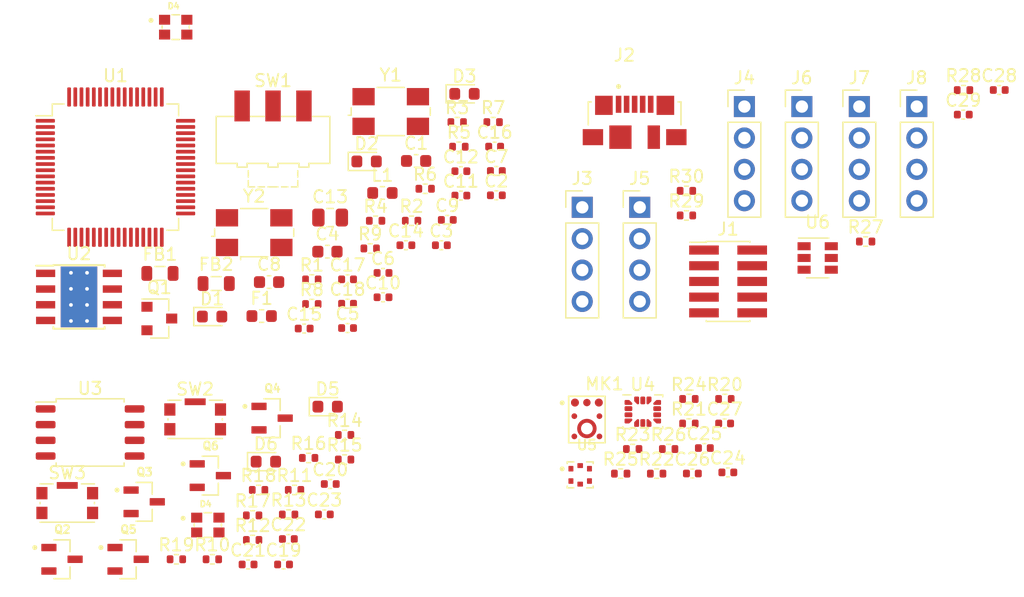
<source format=kicad_pcb>
(kicad_pcb (version 20171130) (host pcbnew "(5.1.10)-1")
  (layers (0 F.Cu signal) (31 B.Cu signal) (34 B.Paste user) (35 F.Paste user) (36 B.SilkS user) (37 F.SilkS user) (38 B.Mask user) (39 F.Mask user) (44 Edge.Cuts user))
  (net 0 "")
  (net 1 GND)
  (net 2 +3V3)
  (net 3 "Net-(C4-Pad1)")
  (net 4 +3.3VA)
  (net 5 "Net-(C11-Pad1)")
  (net 6 HSE_IN)
  (net 7 "Net-(C13-Pad1)")
  (net 8 "Net-(C14-Pad1)")
  (net 9 "Net-(C15-Pad2)")
  (net 10 "Net-(C15-Pad1)")
  (net 11 OSC32_IN)
  (net 12 "Net-(C17-Pad1)")
  (net 13 BUTTON_1)
  (net 14 VCC)
  (net 15 BUTTON_2)
  (net 16 NRST)
  (net 17 "Net-(D1-Pad2)")
  (net 18 "Net-(D1-Pad1)")
  (net 19 VBUS)
  (net 20 "Net-(D2-Pad1)")
  (net 21 "Net-(D3-Pad1)")
  (net 22 "Net-(D4-Pad2)")
  (net 23 "Net-(D4-Pad3)")
  (net 24 "Net-(D4-Pad1)")
  (net 25 "Net-(D5-Pad1)")
  (net 26 "Net-(D6-Pad1)")
  (net 27 "Net-(F1-Pad1)")
  (net 28 "Net-(J1-Pad10)")
  (net 29 "Net-(J1-Pad8)")
  (net 30 "Net-(J1-Pad7)")
  (net 31 "Net-(J1-Pad6)")
  (net 32 "Net-(J1-Pad4)")
  (net 33 "Net-(J1-Pad2)")
  (net 34 "Net-(J2-Pad4)")
  (net 35 USB_CONN_D+)
  (net 36 USB_CONN_D-)
  (net 37 TIM5_CH1)
  (net 38 TIM11_CH1)
  (net 39 EXT_GPIO_PC3)
  (net 40 SPI3_MOSI)
  (net 41 SPI3_MISO)
  (net 42 SPI3_SCLK)
  (net 43 EXT_GPIO_PC0)
  (net 44 DAC_OUT1)
  (net 45 ADC1_IN1)
  (net 46 EXT_GPIO_PA0)
  (net 47 USART2_RX)
  (net 48 USART2_TX)
  (net 49 USART1_RX)
  (net 50 USART1_TX)
  (net 51 MCO_1)
  (net 52 "Net-(J8-Pad1)")
  (net 53 MIC_MODE)
  (net 54 MIC_GA2)
  (net 55 WOS_TRIGGER)
  (net 56 MIC_GA1)
  (net 57 MIC_VOUT_ANALOG)
  (net 58 "Net-(Q2-Pad2)")
  (net 59 RGB_RED)
  (net 60 "Net-(Q3-Pad2)")
  (net 61 RGB_GREEN)
  (net 62 "Net-(Q4-Pad2)")
  (net 63 RGB_BLUE)
  (net 64 "Net-(Q5-Pad2)")
  (net 65 USER_LD1)
  (net 66 "Net-(Q6-Pad2)")
  (net 67 USER_LD2)
  (net 68 BOOT0)
  (net 69 TEMP_SDA)
  (net 70 TEMP_SCL)
  (net 71 HSE_OUT)
  (net 72 "Net-(R6-Pad2)")
  (net 73 OSC32_OUT)
  (net 74 "Net-(R10-Pad2)")
  (net 75 "Net-(R15-Pad2)")
  (net 76 FLASH_MISO)
  (net 77 ACC_CS!)
  (net 78 TEMP_CS)
  (net 79 "Net-(R22-Pad2)")
  (net 80 "Net-(R25-Pad2)")
  (net 81 SWO)
  (net 82 SWCLK)
  (net 83 SWDIO)
  (net 84 TEMP_DATARDY)
  (net 85 "Net-(U1-Pad54)")
  (net 86 USB_D+)
  (net 87 USB_D-)
  (net 88 FLASH_WP!)
  (net 89 FLASH_HOLD!)
  (net 90 FLASH_MOSI)
  (net 91 FLASH_SCLK)
  (net 92 FLASH_CS!)
  (net 93 ACC_INT2)
  (net 94 ACC_INT1)
  (net 95 ACC_MOSI_SDA)
  (net 96 ACC_MISO_SA0)
  (net 97 ACC_SCLK_SCL)
  (net 98 "Net-(U2-Pad4)")
  (net 99 "Net-(U4-Pad11)")
  (net 100 "Net-(U4-Pad10)")
  (net 101 "Net-(D4-Pad4)")
  (module ASMB-KTF0-0A306:LED_ASMB-KTF0-0A306 (layer F.Cu) (at 98.3 -14.7)
    (fp_text reference D4 (at -0.176143 -1.706188) (layer F.SilkS) (effects (font (size 0.48039 0.48039))))
    (fp_text value ASMB-KTF0-0A306)
    (pad 2 smd rect (at -0.9 0.6) (size 0.9 0.8) (layers F.Cu F.Paste F.Mask) (net 22 "Net-(D4-Pad2)"))
    (pad 3 smd rect (at 0.9 0.6) (size 0.9 0.8) (layers F.Cu F.Paste F.Mask) (net 23 "Net-(D4-Pad3)"))
    (pad 1 smd rect (at -0.9 -0.6) (size 0.9 0.8) (layers F.Cu F.Paste F.Mask) (net 14 VCC))
    (pad 4 smd rect (at 0.9 -0.6) (size 0.9 0.8) (layers F.Cu F.Paste F.Mask) (net 101 "Net-(D4-Pad4)"))
  )
  (module Crystal:Crystal_SMD_0603-4Pin_6.0x3.5mm (layer F.Cu) (at 104.650001 1.925001)
    (fp_text reference Y2 (at 0 -2.95) (layer F.SilkS))
    (fp_text value "32.768 kHz")
    (pad 4 smd rect (at -2.2 -1.2) (size 1.8 1.4) (layers F.Cu F.Paste F.Mask) (net 1 GND))
    (pad 3 smd rect (at 2.2 -1.2) (size 1.8 1.4) (layers F.Cu F.Paste F.Mask) (net 12 "Net-(C17-Pad1)"))
    (pad 2 smd rect (at 2.2 1.2) (size 1.8 1.4) (layers F.Cu F.Paste F.Mask) (net 1 GND))
    (pad 1 smd rect (at -2.2 1.2) (size 1.8 1.4) (layers F.Cu F.Paste F.Mask) (net 11 OSC32_IN))
  )
  (module Crystal:Crystal_SMD_0603-4Pin_6.0x3.5mm (layer F.Cu) (at 115.700001 -7.874999)
    (fp_text reference Y1 (at 0 -2.95) (layer F.SilkS))
    (fp_text value 16MHz)
    (pad 4 smd rect (at -2.2 -1.2) (size 1.8 1.4) (layers F.Cu F.Paste F.Mask) (net 1 GND))
    (pad 3 smd rect (at 2.2 -1.2) (size 1.8 1.4) (layers F.Cu F.Paste F.Mask) (net 8 "Net-(C14-Pad1)"))
    (pad 2 smd rect (at 2.2 1.2) (size 1.8 1.4) (layers F.Cu F.Paste F.Mask) (net 1 GND))
    (pad 1 smd rect (at -2.2 1.2) (size 1.8 1.4) (layers F.Cu F.Paste F.Mask) (net 6 HSE_IN))
  )
  (module Package_TO_SOT_SMD:SOT-23-6 (layer F.Cu) (at 150.245001 3.975001)
    (fp_text reference U6 (at 0 -2.9) (layer F.SilkS))
    (fp_text value USBLC6-2SC6)
    (pad 5 smd rect (at 1.1 0) (size 1.06 0.65) (layers F.Cu F.Paste F.Mask) (net 19 VBUS))
    (pad 6 smd rect (at 1.1 -0.95) (size 1.06 0.65) (layers F.Cu F.Paste F.Mask) (net 86 USB_D+))
    (pad 4 smd rect (at 1.1 0.95) (size 1.06 0.65) (layers F.Cu F.Paste F.Mask) (net 87 USB_D-))
    (pad 3 smd rect (at -1.1 0.95) (size 1.06 0.65) (layers F.Cu F.Paste F.Mask) (net 36 USB_CONN_D-))
    (pad 2 smd rect (at -1.1 0) (size 1.06 0.65) (layers F.Cu F.Paste F.Mask) (net 1 GND))
    (pad 1 smd rect (at -1.1 -0.95) (size 1.06 0.65) (layers F.Cu F.Paste F.Mask) (net 35 USB_CONN_D+))
  )
  (module HTS221:XDCR_HTS221 (layer F.Cu) (at 131.028001 21.525001)
    (fp_text reference U5 (at 0.539495 -2.412645) (layer F.SilkS) (effects (font (size 0.800969 0.800969))))
    (fp_text value HTS221)
    (pad 3 smd roundrect (at 0 0.75) (size 0.45 0.4) (layers F.Cu F.Paste F.Mask) (roundrect_rratio 0.11) (net 84 TEMP_DATARDY))
    (pad 6 smd roundrect (at 0 -0.75) (size 0.45 0.4) (layers F.Cu F.Paste F.Mask) (roundrect_rratio 0.11) (net 78 TEMP_CS))
    (pad 4 smd roundrect (at 0.75 0.5) (size 0.4 0.45) (layers F.Cu F.Paste F.Mask) (roundrect_rratio 0.11) (net 69 TEMP_SDA))
    (pad 5 smd roundrect (at 0.75 -0.5) (size 0.4 0.45) (layers F.Cu F.Paste F.Mask) (roundrect_rratio 0.11) (net 1 GND))
    (pad 2 smd roundrect (at -0.75 0.5) (size 0.4 0.45) (layers F.Cu F.Paste F.Mask) (roundrect_rratio 0.11) (net 70 TEMP_SCL))
    (pad 1 smd roundrect (at -0.75 -0.5) (size 0.4 0.45) (layers F.Cu F.Paste F.Mask) (roundrect_rratio 0.11) (net 2 +3V3))
  )
  (module Package_LGA:LGA-14_3x2.5mm_P0.5mm_LayoutBorder3x4y (layer F.Cu) (at 136.095001 16.415001)
    (fp_text reference U4 (at 0 -2.2) (layer F.SilkS))
    (fp_text value LSM6DS3)
    (pad 14 smd custom (at -0.5 -0.9125) (size 0.223223 0.223223) (layers F.Cu F.Paste F.Mask) (net 95 ACC_MOSI_SDA) (options (clearance outline) (anchor circle)) (primitives (gr_poly (pts (xy -0.125 -0.2375) (xy 0.125 -0.2375) (xy 0.125 0.2375) (xy 0.081066 0.2375) (xy -0.125 0.031434)) (width 0.15))))
    (pad 13 smd roundrect (at 0 -0.9125) (size 0.4 0.625) (layers F.Cu F.Paste F.Mask) (net 97 ACC_SCLK_SCL))
    (pad 12 smd custom (at 0.5 -0.9125) (size 0.223223 0.223223) (layers F.Cu F.Paste F.Mask) (net 77 ACC_CS!) (options (clearance outline) (anchor circle)) (primitives (gr_poly (pts (xy -0.125 -0.2375) (xy 0.125 -0.2375) (xy 0.125 0.031434) (xy -0.081066 0.2375) (xy -0.125 0.2375)) (width 0.15))))
    (pad 11 smd custom (at 1.1625 -0.75) (size 0.223223 0.223223) (layers F.Cu F.Paste F.Mask) (net 99 "Net-(U4-Pad11)") (options (clearance outline) (anchor circle)) (primitives (gr_poly (pts (xy -0.2375 0.081066) (xy -0.031434 -0.125) (xy 0.2375 -0.125) (xy 0.2375 0.125) (xy -0.2375 0.125)) (width 0.15))))
    (pad 10 smd roundrect (at 1.1625 -0.25) (size 0.625 0.4) (layers F.Cu F.Paste F.Mask) (net 100 "Net-(U4-Pad10)"))
    (pad 9 smd roundrect (at 1.1625 0.25) (size 0.625 0.4) (layers F.Cu F.Paste F.Mask) (net 93 ACC_INT2))
    (pad 8 smd custom (at 1.1625 0.75) (size 0.223223 0.223223) (layers F.Cu F.Paste F.Mask) (net 2 +3V3) (options (clearance outline) (anchor circle)) (primitives (gr_poly (pts (xy -0.2375 -0.125) (xy 0.2375 -0.125) (xy 0.2375 0.125) (xy -0.031434 0.125) (xy -0.2375 -0.081066)) (width 0.15))))
    (pad 7 smd custom (at 0.5 0.9125) (size 0.223223 0.223223) (layers F.Cu F.Paste F.Mask) (net 1 GND) (options (clearance outline) (anchor circle)) (primitives (gr_poly (pts (xy -0.125 -0.2375) (xy -0.081066 -0.2375) (xy 0.125 -0.031434) (xy 0.125 0.2375) (xy -0.125 0.2375)) (width 0.15))))
    (pad 6 smd roundrect (at 0 0.9125) (size 0.4 0.625) (layers F.Cu F.Paste F.Mask) (net 1 GND))
    (pad 5 smd custom (at -0.5 0.9125) (size 0.223223 0.223223) (layers F.Cu F.Paste F.Mask) (net 2 +3V3) (options (clearance outline) (anchor circle)) (primitives (gr_poly (pts (xy -0.125 -0.031434) (xy 0.081066 -0.2375) (xy 0.125 -0.2375) (xy 0.125 0.2375) (xy -0.125 0.2375)) (width 0.15))))
    (pad 4 smd custom (at -1.1625 0.75) (size 0.223223 0.223223) (layers F.Cu F.Paste F.Mask) (net 94 ACC_INT1) (options (clearance outline) (anchor circle)) (primitives (gr_poly (pts (xy -0.2375 -0.125) (xy 0.2375 -0.125) (xy 0.2375 -0.081066) (xy 0.031434 0.125) (xy -0.2375 0.125)) (width 0.15))))
    (pad 3 smd roundrect (at -1.1625 0.25) (size 0.625 0.4) (layers F.Cu F.Paste F.Mask) (net 2 +3V3))
    (pad 2 smd roundrect (at -1.1625 -0.25) (size 0.625 0.4) (layers F.Cu F.Paste F.Mask) (net 2 +3V3))
    (pad 1 smd custom (at -1.1625 -0.75) (size 0.223223 0.223223) (layers F.Cu F.Paste F.Mask) (net 96 ACC_MISO_SA0) (options (clearance outline) (anchor circle)) (primitives (gr_poly (pts (xy -0.2375 -0.125) (xy 0.031434 -0.125) (xy 0.2375 0.081066) (xy 0.2375 0.125) (xy -0.2375 0.125)) (width 0.15))))
  )
  (module Package_SO:SOP-8_5.28x5.23mm_P1.27mm (layer F.Cu) (at 91.375001 18.095001)
    (fp_text reference U3 (at 0 -3.56) (layer F.SilkS))
    (fp_text value MX25R3235FM2xx1)
    (pad 8 smd roundrect (at 3.6 -1.905) (size 1.6 0.6) (layers F.Cu F.Paste F.Mask) (net 2 +3V3))
    (pad 7 smd roundrect (at 3.6 -0.635) (size 1.6 0.6) (layers F.Cu F.Paste F.Mask) (net 89 FLASH_HOLD!))
    (pad 6 smd roundrect (at 3.6 0.635) (size 1.6 0.6) (layers F.Cu F.Paste F.Mask) (net 91 FLASH_SCLK))
    (pad 5 smd roundrect (at 3.6 1.905) (size 1.6 0.6) (layers F.Cu F.Paste F.Mask) (net 90 FLASH_MOSI))
    (pad 4 smd roundrect (at -3.6 1.905) (size 1.6 0.6) (layers F.Cu F.Paste F.Mask) (net 1 GND))
    (pad 3 smd roundrect (at -3.6 0.635) (size 1.6 0.6) (layers F.Cu F.Paste F.Mask) (net 88 FLASH_WP!))
    (pad 2 smd roundrect (at -3.6 -0.635) (size 1.6 0.6) (layers F.Cu F.Paste F.Mask) (net 76 FLASH_MISO))
    (pad 1 smd roundrect (at -3.6 -1.905) (size 1.6 0.6) (layers F.Cu F.Paste F.Mask) (net 92 FLASH_CS!))
  )
  (module Package_SO:Texas_HSOP-8-1EP_3.9x4.9mm_P1.27mm_ThermalVias (layer F.Cu) (at 90.475001 7.125001)
    (fp_text reference U2 (at 0 -3.5) (layer F.SilkS))
    (fp_text value LMR33620ADDA)
    (pad 9 thru_hole circle (at 0.65 1.95) (size 0.6 0.6) (drill 0.3) (layers *.Cu) (net 1 GND))
    (pad 9 thru_hole circle (at 0.65 0.65) (size 0.6 0.6) (drill 0.3) (layers *.Cu) (net 1 GND))
    (pad 9 thru_hole circle (at -0.65 0.65) (size 0.6 0.6) (drill 0.3) (layers *.Cu) (net 1 GND))
    (pad 9 thru_hole circle (at -0.65 1.95) (size 0.6 0.6) (drill 0.3) (layers *.Cu) (net 1 GND))
    (pad 9 thru_hole circle (at 0.65 -1.95) (size 0.6 0.6) (drill 0.3) (layers *.Cu) (net 1 GND))
    (pad 9 thru_hole circle (at 0.65 -0.65) (size 0.6 0.6) (drill 0.3) (layers *.Cu) (net 1 GND))
    (pad 9 thru_hole circle (at -0.65 -0.65) (size 0.6 0.6) (drill 0.3) (layers *.Cu) (net 1 GND))
    (pad 9 thru_hole circle (at -0.65 -1.95) (size 0.6 0.6) (drill 0.3) (layers *.Cu) (net 1 GND))
    (pad 8 smd rect (at 2.7 -1.905) (size 1.55 0.6) (layers F.Cu F.Paste F.Mask) (net 9 "Net-(C15-Pad2)"))
    (pad 7 smd rect (at 2.7 -0.635) (size 1.55 0.6) (layers F.Cu F.Paste F.Mask) (net 10 "Net-(C15-Pad1)"))
    (pad 6 smd rect (at 2.7 0.635) (size 1.55 0.6) (layers F.Cu F.Paste F.Mask) (net 7 "Net-(C13-Pad1)"))
    (pad 5 smd rect (at 2.7 1.905) (size 1.55 0.6) (layers F.Cu F.Paste F.Mask) (net 72 "Net-(R6-Pad2)"))
    (pad 4 smd rect (at -2.7 1.905) (size 1.55 0.6) (layers F.Cu F.Paste F.Mask) (net 98 "Net-(U2-Pad4)"))
    (pad 3 smd rect (at -2.7 0.635) (size 1.55 0.6) (layers F.Cu F.Paste F.Mask) (net 5 "Net-(C11-Pad1)"))
    (pad 2 smd rect (at -2.7 -0.635) (size 1.55 0.6) (layers F.Cu F.Paste F.Mask) (net 5 "Net-(C11-Pad1)"))
    (pad 1 smd rect (at -2.7 -1.905) (size 1.55 0.6) (layers F.Cu F.Paste F.Mask) (net 1 GND))
    (pad 9 smd rect (at 0 0) (size 2.95 4.9) (layers B.Cu) (net 1 GND))
    (pad 9 smd rect (at 0 0) (size 2.95 4.9) (layers F.Cu) (net 1 GND))
  )
  (module Package_QFP:LQFP-64_10x10mm_P0.5mm (layer F.Cu) (at 93.425001 -3.374999)
    (fp_text reference U1 (at 0 -7.4) (layer F.SilkS))
    (fp_text value STM32F446RETx)
    (pad 64 smd roundrect (at -3.75 -5.675) (size 0.3 1.55) (layers F.Cu F.Paste F.Mask) (net 2 +3V3))
    (pad 63 smd roundrect (at -3.25 -5.675) (size 0.3 1.55) (layers F.Cu F.Paste F.Mask) (net 1 GND))
    (pad 62 smd roundrect (at -2.75 -5.675) (size 0.3 1.55) (layers F.Cu F.Paste F.Mask) (net 38 TIM11_CH1))
    (pad 61 smd roundrect (at -2.25 -5.675) (size 0.3 1.55) (layers F.Cu F.Paste F.Mask) (net 70 TEMP_SCL))
    (pad 60 smd roundrect (at -1.75 -5.675) (size 0.3 1.55) (layers F.Cu F.Paste F.Mask) (net 68 BOOT0))
    (pad 59 smd roundrect (at -1.25 -5.675) (size 0.3 1.55) (layers F.Cu F.Paste F.Mask) (net 69 TEMP_SDA))
    (pad 58 smd roundrect (at -0.75 -5.675) (size 0.3 1.55) (layers F.Cu F.Paste F.Mask) (net 50 USART1_TX))
    (pad 57 smd roundrect (at -0.25 -5.675) (size 0.3 1.55) (layers F.Cu F.Paste F.Mask) (net 84 TEMP_DATARDY))
    (pad 56 smd roundrect (at 0.25 -5.675) (size 0.3 1.55) (layers F.Cu F.Paste F.Mask) (net 78 TEMP_CS))
    (pad 55 smd roundrect (at 0.75 -5.675) (size 0.3 1.55) (layers F.Cu F.Paste F.Mask) (net 81 SWO))
    (pad 54 smd roundrect (at 1.25 -5.675) (size 0.3 1.55) (layers F.Cu F.Paste F.Mask) (net 85 "Net-(U1-Pad54)"))
    (pad 53 smd roundrect (at 1.75 -5.675) (size 0.3 1.55) (layers F.Cu F.Paste F.Mask) (net 40 SPI3_MOSI))
    (pad 52 smd roundrect (at 2.25 -5.675) (size 0.3 1.55) (layers F.Cu F.Paste F.Mask) (net 41 SPI3_MISO))
    (pad 51 smd roundrect (at 2.75 -5.675) (size 0.3 1.55) (layers F.Cu F.Paste F.Mask) (net 42 SPI3_SCLK))
    (pad 50 smd roundrect (at 3.25 -5.675) (size 0.3 1.55) (layers F.Cu F.Paste F.Mask) (net 67 USER_LD2))
    (pad 49 smd roundrect (at 3.75 -5.675) (size 0.3 1.55) (layers F.Cu F.Paste F.Mask) (net 82 SWCLK))
    (pad 48 smd roundrect (at 5.675 -3.75) (size 1.55 0.3) (layers F.Cu F.Paste F.Mask) (net 2 +3V3))
    (pad 47 smd roundrect (at 5.675 -3.25) (size 1.55 0.3) (layers F.Cu F.Paste F.Mask) (net 1 GND))
    (pad 46 smd roundrect (at 5.675 -2.75) (size 1.55 0.3) (layers F.Cu F.Paste F.Mask) (net 83 SWDIO))
    (pad 45 smd roundrect (at 5.675 -2.25) (size 1.55 0.3) (layers F.Cu F.Paste F.Mask) (net 86 USB_D+))
    (pad 44 smd roundrect (at 5.675 -1.75) (size 1.55 0.3) (layers F.Cu F.Paste F.Mask) (net 87 USB_D-))
    (pad 43 smd roundrect (at 5.675 -1.25) (size 1.55 0.3) (layers F.Cu F.Paste F.Mask) (net 49 USART1_RX))
    (pad 42 smd roundrect (at 5.675 -0.75) (size 1.55 0.3) (layers F.Cu F.Paste F.Mask) (net 88 FLASH_WP!))
    (pad 41 smd roundrect (at 5.675 -0.25) (size 1.55 0.3) (layers F.Cu F.Paste F.Mask) (net 51 MCO_1))
    (pad 40 smd roundrect (at 5.675 0.25) (size 1.55 0.3) (layers F.Cu F.Paste F.Mask) (net 89 FLASH_HOLD!))
    (pad 39 smd roundrect (at 5.675 0.75) (size 1.55 0.3) (layers F.Cu F.Paste F.Mask) (net 63 RGB_BLUE))
    (pad 38 smd roundrect (at 5.675 1.25) (size 1.55 0.3) (layers F.Cu F.Paste F.Mask) (net 61 RGB_GREEN))
    (pad 37 smd roundrect (at 5.675 1.75) (size 1.55 0.3) (layers F.Cu F.Paste F.Mask) (net 59 RGB_RED))
    (pad 36 smd roundrect (at 5.675 2.25) (size 1.55 0.3) (layers F.Cu F.Paste F.Mask) (net 90 FLASH_MOSI))
    (pad 35 smd roundrect (at 5.675 2.75) (size 1.55 0.3) (layers F.Cu F.Paste F.Mask) (net 76 FLASH_MISO))
    (pad 34 smd roundrect (at 5.675 3.25) (size 1.55 0.3) (layers F.Cu F.Paste F.Mask) (net 91 FLASH_SCLK))
    (pad 33 smd roundrect (at 5.675 3.75) (size 1.55 0.3) (layers F.Cu F.Paste F.Mask) (net 92 FLASH_CS!))
    (pad 32 smd roundrect (at 3.75 5.675) (size 0.3 1.55) (layers F.Cu F.Paste F.Mask) (net 2 +3V3))
    (pad 31 smd roundrect (at 3.25 5.675) (size 0.3 1.55) (layers F.Cu F.Paste F.Mask) (net 1 GND))
    (pad 30 smd roundrect (at 2.75 5.675) (size 0.3 1.55) (layers F.Cu F.Paste F.Mask) (net 3 "Net-(C4-Pad1)"))
    (pad 29 smd roundrect (at 2.25 5.675) (size 0.3 1.55) (layers F.Cu F.Paste F.Mask) (net 65 USER_LD1))
    (pad 28 smd roundrect (at 1.75 5.675) (size 0.3 1.55) (layers F.Cu F.Paste F.Mask) (net 93 ACC_INT2))
    (pad 27 smd roundrect (at 1.25 5.675) (size 0.3 1.55) (layers F.Cu F.Paste F.Mask) (net 94 ACC_INT1))
    (pad 26 smd roundrect (at 0.75 5.675) (size 0.3 1.55) (layers F.Cu F.Paste F.Mask) (net 13 BUTTON_1))
    (pad 25 smd roundrect (at 0.25 5.675) (size 0.3 1.55) (layers F.Cu F.Paste F.Mask) (net 15 BUTTON_2))
    (pad 24 smd roundrect (at -0.25 5.675) (size 0.3 1.55) (layers F.Cu F.Paste F.Mask) (net 77 ACC_CS!))
    (pad 23 smd roundrect (at -0.75 5.675) (size 0.3 1.55) (layers F.Cu F.Paste F.Mask) (net 95 ACC_MOSI_SDA))
    (pad 22 smd roundrect (at -1.25 5.675) (size 0.3 1.55) (layers F.Cu F.Paste F.Mask) (net 96 ACC_MISO_SA0))
    (pad 21 smd roundrect (at -1.75 5.675) (size 0.3 1.55) (layers F.Cu F.Paste F.Mask) (net 97 ACC_SCLK_SCL))
    (pad 20 smd roundrect (at -2.25 5.675) (size 0.3 1.55) (layers F.Cu F.Paste F.Mask) (net 44 DAC_OUT1))
    (pad 19 smd roundrect (at -2.75 5.675) (size 0.3 1.55) (layers F.Cu F.Paste F.Mask) (net 2 +3V3))
    (pad 18 smd roundrect (at -3.25 5.675) (size 0.3 1.55) (layers F.Cu F.Paste F.Mask) (net 1 GND))
    (pad 17 smd roundrect (at -3.75 5.675) (size 0.3 1.55) (layers F.Cu F.Paste F.Mask) (net 47 USART2_RX))
    (pad 16 smd roundrect (at -5.675 3.75) (size 1.55 0.3) (layers F.Cu F.Paste F.Mask) (net 48 USART2_TX))
    (pad 15 smd roundrect (at -5.675 3.25) (size 1.55 0.3) (layers F.Cu F.Paste F.Mask) (net 45 ADC1_IN1))
    (pad 14 smd roundrect (at -5.675 2.75) (size 1.55 0.3) (layers F.Cu F.Paste F.Mask) (net 37 TIM5_CH1))
    (pad 13 smd roundrect (at -5.675 2.25) (size 1.55 0.3) (layers F.Cu F.Paste F.Mask) (net 4 +3.3VA))
    (pad 12 smd roundrect (at -5.675 1.75) (size 1.55 0.3) (layers F.Cu F.Paste F.Mask) (net 1 GND))
    (pad 11 smd roundrect (at -5.675 1.25) (size 1.55 0.3) (layers F.Cu F.Paste F.Mask) (net 39 EXT_GPIO_PC3))
    (pad 10 smd roundrect (at -5.675 0.75) (size 1.55 0.3) (layers F.Cu F.Paste F.Mask) (net 57 MIC_VOUT_ANALOG))
    (pad 9 smd roundrect (at -5.675 0.25) (size 1.55 0.3) (layers F.Cu F.Paste F.Mask) (net 53 MIC_MODE))
    (pad 8 smd roundrect (at -5.675 -0.25) (size 1.55 0.3) (layers F.Cu F.Paste F.Mask) (net 43 EXT_GPIO_PC0))
    (pad 7 smd roundrect (at -5.675 -0.75) (size 1.55 0.3) (layers F.Cu F.Paste F.Mask) (net 16 NRST))
    (pad 6 smd roundrect (at -5.675 -1.25) (size 1.55 0.3) (layers F.Cu F.Paste F.Mask) (net 71 HSE_OUT))
    (pad 5 smd roundrect (at -5.675 -1.75) (size 1.55 0.3) (layers F.Cu F.Paste F.Mask) (net 6 HSE_IN))
    (pad 4 smd roundrect (at -5.675 -2.25) (size 1.55 0.3) (layers F.Cu F.Paste F.Mask) (net 73 OSC32_OUT))
    (pad 3 smd roundrect (at -5.675 -2.75) (size 1.55 0.3) (layers F.Cu F.Paste F.Mask) (net 11 OSC32_IN))
    (pad 2 smd roundrect (at -5.675 -3.25) (size 1.55 0.3) (layers F.Cu F.Paste F.Mask) (net 55 WOS_TRIGGER))
    (pad 1 smd roundrect (at -5.675 -3.75) (size 1.55 0.3) (layers F.Cu F.Paste F.Mask) (net 2 +3V3))
  )
  (module Button_Switch_SMD:SW_Push_1P1T-SH_NO_CK_KMR2xxG (layer F.Cu) (at 89.525001 23.805001)
    (fp_text reference SW3 (at 0 -2.45) (layer F.SilkS))
    (fp_text value SW_Push)
    (pad SH smd rect (at 0 -1.425) (size 1.7 0.55) (layers F.Cu F.Paste F.Mask))
    (pad 1 smd rect (at -2.05 -0.8) (size 0.9 1) (layers F.Cu F.Paste F.Mask) (net 1 GND))
    (pad 2 smd rect (at -2.05 0.8) (size 0.9 1) (layers F.Cu F.Paste F.Mask) (net 75 "Net-(R15-Pad2)"))
    (pad 1 smd rect (at 2.05 -0.8) (size 0.9 1) (layers F.Cu F.Paste F.Mask) (net 1 GND))
    (pad 2 smd rect (at 2.05 0.8) (size 0.9 1) (layers F.Cu F.Paste F.Mask) (net 75 "Net-(R15-Pad2)"))
  )
  (module Button_Switch_SMD:SW_Push_1P1T-SH_NO_CK_KMR2xxG (layer F.Cu) (at 99.875001 17.035001)
    (fp_text reference SW2 (at 0 -2.45) (layer F.SilkS))
    (fp_text value SW_Push)
    (pad SH smd rect (at 0 -1.425) (size 1.7 0.55) (layers F.Cu F.Paste F.Mask))
    (pad 1 smd rect (at -2.05 -0.8) (size 0.9 1) (layers F.Cu F.Paste F.Mask) (net 1 GND))
    (pad 2 smd rect (at -2.05 0.8) (size 0.9 1) (layers F.Cu F.Paste F.Mask) (net 74 "Net-(R10-Pad2)"))
    (pad 1 smd rect (at 2.05 -0.8) (size 0.9 1) (layers F.Cu F.Paste F.Mask) (net 1 GND))
    (pad 2 smd rect (at 2.05 0.8) (size 0.9 1) (layers F.Cu F.Paste F.Mask) (net 74 "Net-(R10-Pad2)"))
  )
  (module Button_Switch_SMD:SW_SPDT_CK-JS102011SAQN (layer F.Cu) (at 106.175001 -5.574999)
    (fp_text reference SW1 (at 0 -4.8) (layer F.SilkS))
    (fp_text value SW_SPDT)
    (pad "" np_thru_hole circle (at 3.4 0) (size 0.9 0.9) (drill 0.9) (layers *.Cu *.Mask))
    (pad "" np_thru_hole circle (at -3.4 0) (size 0.9 0.9) (drill 0.9) (layers *.Cu *.Mask))
    (pad 3 smd rect (at 2.5 -2.75) (size 1.25 2.5) (layers F.Cu F.Paste F.Mask) (net 1 GND))
    (pad 2 smd rect (at 0 -2.75) (size 1.25 2.5) (layers F.Cu F.Paste F.Mask) (net 17 "Net-(D1-Pad2)"))
    (pad 1 smd rect (at -2.5 -2.75) (size 1.25 2.5) (layers F.Cu F.Paste F.Mask) (net 2 +3V3))
  )
  (module Resistor_SMD:R_0402_1005Metric (layer F.Cu) (at 139.625001 -1.454999)
    (fp_text reference R30 (at 0 -1.17) (layer F.SilkS))
    (fp_text value 22)
    (pad 2 smd roundrect (at 0.51 0) (size 0.54 0.64) (layers F.Cu F.Paste F.Mask) (net 33 "Net-(J1-Pad2)"))
    (pad 1 smd roundrect (at -0.51 0) (size 0.54 0.64) (layers F.Cu F.Paste F.Mask) (net 83 SWDIO))
  )
  (module Resistor_SMD:R_0402_1005Metric (layer F.Cu) (at 139.625001 0.535001)
    (fp_text reference R29 (at 0 -1.17) (layer F.SilkS))
    (fp_text value 22)
    (pad 2 smd roundrect (at 0.51 0) (size 0.54 0.64) (layers F.Cu F.Paste F.Mask) (net 32 "Net-(J1-Pad4)"))
    (pad 1 smd roundrect (at -0.51 0) (size 0.54 0.64) (layers F.Cu F.Paste F.Mask) (net 82 SWCLK))
  )
  (module Resistor_SMD:R_0402_1005Metric (layer F.Cu) (at 162.045001 -9.604999)
    (fp_text reference R28 (at 0 -1.17) (layer F.SilkS))
    (fp_text value 22)
    (pad 2 smd roundrect (at 0.51 0) (size 0.54 0.64) (layers F.Cu F.Paste F.Mask) (net 28 "Net-(J1-Pad10)"))
    (pad 1 smd roundrect (at -0.51 0) (size 0.54 0.64) (layers F.Cu F.Paste F.Mask) (net 16 NRST))
  )
  (module Resistor_SMD:R_0402_1005Metric (layer F.Cu) (at 154.125001 2.645001)
    (fp_text reference R27 (at 0 -1.17) (layer F.SilkS))
    (fp_text value 22)
    (pad 2 smd roundrect (at 0.51 0) (size 0.54 0.64) (layers F.Cu F.Paste F.Mask) (net 31 "Net-(J1-Pad6)"))
    (pad 1 smd roundrect (at -0.51 0) (size 0.54 0.64) (layers F.Cu F.Paste F.Mask) (net 81 SWO))
  )
  (module Resistor_SMD:R_0402_1005Metric (layer F.Cu) (at 138.185001 19.435001)
    (fp_text reference R26 (at 0 -1.17) (layer F.SilkS))
    (fp_text value 301k)
    (pad 2 smd roundrect (at 0.51 0) (size 0.54 0.64) (layers F.Cu F.Paste F.Mask) (net 54 MIC_GA2))
    (pad 1 smd roundrect (at -0.51 0) (size 0.54 0.64) (layers F.Cu F.Paste F.Mask) (net 80 "Net-(R25-Pad2)"))
  )
  (module Resistor_SMD:R_0402_1005Metric (layer F.Cu) (at 134.305001 21.425001)
    (fp_text reference R25 (at 0 -1.17) (layer F.SilkS))
    (fp_text value 10k)
    (pad 2 smd roundrect (at 0.51 0) (size 0.54 0.64) (layers F.Cu F.Paste F.Mask) (net 80 "Net-(R25-Pad2)"))
    (pad 1 smd roundrect (at -0.51 0) (size 0.54 0.64) (layers F.Cu F.Paste F.Mask) (net 56 MIC_GA1))
  )
  (module Resistor_SMD:R_0402_1005Metric (layer F.Cu) (at 139.825001 15.385001)
    (fp_text reference R24 (at 0 -1.17) (layer F.SilkS))
    (fp_text value 10k)
    (pad 2 smd roundrect (at 0.51 0) (size 0.54 0.64) (layers F.Cu F.Paste F.Mask) (net 1 GND))
    (pad 1 smd roundrect (at -0.51 0) (size 0.54 0.64) (layers F.Cu F.Paste F.Mask) (net 53 MIC_MODE))
  )
  (module Resistor_SMD:R_0402_1005Metric (layer F.Cu) (at 135.275001 19.435001)
    (fp_text reference R23 (at 0 -1.17) (layer F.SilkS))
    (fp_text value 150k)
    (pad 2 smd roundrect (at 0.51 0) (size 0.54 0.64) (layers F.Cu F.Paste F.Mask) (net 54 MIC_GA2))
    (pad 1 smd roundrect (at -0.51 0) (size 0.54 0.64) (layers F.Cu F.Paste F.Mask) (net 79 "Net-(R22-Pad2)"))
  )
  (module Resistor_SMD:R_0402_1005Metric (layer F.Cu) (at 137.215001 21.425001)
    (fp_text reference R22 (at 0 -1.17) (layer F.SilkS))
    (fp_text value 0)
    (pad 2 smd roundrect (at 0.51 0) (size 0.54 0.64) (layers F.Cu F.Paste F.Mask) (net 79 "Net-(R22-Pad2)"))
    (pad 1 smd roundrect (at -0.51 0) (size 0.54 0.64) (layers F.Cu F.Paste F.Mask) (net 56 MIC_GA1))
  )
  (module Resistor_SMD:R_0402_1005Metric (layer F.Cu) (at 139.825001 17.375001)
    (fp_text reference R21 (at 0 -1.17) (layer F.SilkS))
    (fp_text value 10k)
    (pad 2 smd roundrect (at 0.51 0) (size 0.54 0.64) (layers F.Cu F.Paste F.Mask) (net 78 TEMP_CS))
    (pad 1 smd roundrect (at -0.51 0) (size 0.54 0.64) (layers F.Cu F.Paste F.Mask) (net 2 +3V3))
  )
  (module Resistor_SMD:R_0402_1005Metric (layer F.Cu) (at 142.735001 15.385001)
    (fp_text reference R20 (at 0 -1.17) (layer F.SilkS))
    (fp_text value 10k)
    (pad 2 smd roundrect (at 0.51 0) (size 0.54 0.64) (layers F.Cu F.Paste F.Mask) (net 77 ACC_CS!))
    (pad 1 smd roundrect (at -0.51 0) (size 0.54 0.64) (layers F.Cu F.Paste F.Mask) (net 2 +3V3))
  )
  (module Resistor_SMD:R_0402_1005Metric (layer F.Cu) (at 98.355001 28.355001)
    (fp_text reference R19 (at 0 -1.17) (layer F.SilkS))
    (fp_text value 1k)
    (pad 2 smd roundrect (at 0.51 0) (size 0.54 0.64) (layers F.Cu F.Paste F.Mask) (net 26 "Net-(D6-Pad1)"))
    (pad 1 smd roundrect (at -0.51 0) (size 0.54 0.64) (layers F.Cu F.Paste F.Mask) (net 66 "Net-(Q6-Pad2)"))
  )
  (module Resistor_SMD:R_0402_1005Metric (layer F.Cu) (at 105.005001 22.745001)
    (fp_text reference R18 (at 0 -1.17) (layer F.SilkS))
    (fp_text value 10k)
    (pad 2 smd roundrect (at 0.51 0) (size 0.54 0.64) (layers F.Cu F.Paste F.Mask) (net 1 GND))
    (pad 1 smd roundrect (at -0.51 0) (size 0.54 0.64) (layers F.Cu F.Paste F.Mask) (net 76 FLASH_MISO))
  )
  (module Resistor_SMD:R_0402_1005Metric (layer F.Cu) (at 104.525001 24.805001)
    (fp_text reference R17 (at 0 -1.17) (layer F.SilkS))
    (fp_text value 1k)
    (pad 2 smd roundrect (at 0.51 0) (size 0.54 0.64) (layers F.Cu F.Paste F.Mask) (net 25 "Net-(D5-Pad1)"))
    (pad 1 smd roundrect (at -0.51 0) (size 0.54 0.64) (layers F.Cu F.Paste F.Mask) (net 64 "Net-(Q5-Pad2)"))
  )
  (module Resistor_SMD:R_0402_1005Metric (layer F.Cu) (at 109.055001 20.155001)
    (fp_text reference R16 (at 0 -1.17) (layer F.SilkS))
    (fp_text value 10k)
    (pad 2 smd roundrect (at 0.51 0) (size 0.54 0.64) (layers F.Cu F.Paste F.Mask) (net 15 BUTTON_2))
    (pad 1 smd roundrect (at -0.51 0) (size 0.54 0.64) (layers F.Cu F.Paste F.Mask) (net 14 VCC))
  )
  (module Resistor_SMD:R_0402_1005Metric (layer F.Cu) (at 111.965001 20.285001)
    (fp_text reference R15 (at 0 -1.17) (layer F.SilkS))
    (fp_text value 1k)
    (pad 2 smd roundrect (at 0.51 0) (size 0.54 0.64) (layers F.Cu F.Paste F.Mask) (net 75 "Net-(R15-Pad2)"))
    (pad 1 smd roundrect (at -0.51 0) (size 0.54 0.64) (layers F.Cu F.Paste F.Mask) (net 15 BUTTON_2))
  )
  (module Resistor_SMD:R_0402_1005Metric (layer F.Cu) (at 111.965001 18.295001)
    (fp_text reference R14 (at 0 -1.17) (layer F.SilkS))
    (fp_text value 120)
    (pad 2 smd roundrect (at 0.51 0) (size 0.54 0.64) (layers F.Cu F.Paste F.Mask) (net 62 "Net-(Q4-Pad2)"))
    (pad 1 smd roundrect (at -0.51 0) (size 0.54 0.64) (layers F.Cu F.Paste F.Mask) (net 23 "Net-(D4-Pad3)"))
  )
  (module Resistor_SMD:R_0402_1005Metric (layer F.Cu) (at 107.435001 24.735001)
    (fp_text reference R13 (at 0 -1.17) (layer F.SilkS))
    (fp_text value 120)
    (pad 2 smd roundrect (at 0.51 0) (size 0.54 0.64) (layers F.Cu F.Paste F.Mask) (net 60 "Net-(Q3-Pad2)"))
    (pad 1 smd roundrect (at -0.51 0) (size 0.54 0.64) (layers F.Cu F.Paste F.Mask) (net 101 "Net-(D4-Pad4)"))
  )
  (module Resistor_SMD:R_0402_1005Metric (layer F.Cu) (at 104.525001 26.795001)
    (fp_text reference R12 (at 0 -1.17) (layer F.SilkS))
    (fp_text value 220)
    (pad 2 smd roundrect (at 0.51 0) (size 0.54 0.64) (layers F.Cu F.Paste F.Mask) (net 58 "Net-(Q2-Pad2)"))
    (pad 1 smd roundrect (at -0.51 0) (size 0.54 0.64) (layers F.Cu F.Paste F.Mask) (net 22 "Net-(D4-Pad2)"))
  )
  (module Resistor_SMD:R_0402_1005Metric (layer F.Cu) (at 107.915001 22.745001)
    (fp_text reference R11 (at 0 -1.17) (layer F.SilkS))
    (fp_text value 10k)
    (pad 2 smd roundrect (at 0.51 0) (size 0.54 0.64) (layers F.Cu F.Paste F.Mask) (net 13 BUTTON_1))
    (pad 1 smd roundrect (at -0.51 0) (size 0.54 0.64) (layers F.Cu F.Paste F.Mask) (net 14 VCC))
  )
  (module Resistor_SMD:R_0402_1005Metric (layer F.Cu) (at 101.265001 28.355001)
    (fp_text reference R10 (at 0 -1.17) (layer F.SilkS))
    (fp_text value 1k)
    (pad 2 smd roundrect (at 0.51 0) (size 0.54 0.64) (layers F.Cu F.Paste F.Mask) (net 74 "Net-(R10-Pad2)"))
    (pad 1 smd roundrect (at -0.51 0) (size 0.54 0.64) (layers F.Cu F.Paste F.Mask) (net 13 BUTTON_1))
  )
  (module Resistor_SMD:R_0402_1005Metric (layer F.Cu) (at 114.035001 3.205001)
    (fp_text reference R9 (at 0 -1.17) (layer F.SilkS))
    (fp_text value 1k)
    (pad 2 smd roundrect (at 0.51 0) (size 0.54 0.64) (layers F.Cu F.Paste F.Mask) (net 21 "Net-(D3-Pad1)"))
    (pad 1 smd roundrect (at -0.51 0) (size 0.54 0.64) (layers F.Cu F.Paste F.Mask) (net 1 GND))
  )
  (module Resistor_SMD:R_0402_1005Metric (layer F.Cu) (at 109.315001 7.705001)
    (fp_text reference R8 (at 0 -1.17) (layer F.SilkS))
    (fp_text value 47)
    (pad 2 smd roundrect (at 0.51 0) (size 0.54 0.64) (layers F.Cu F.Paste F.Mask) (net 73 OSC32_OUT))
    (pad 1 smd roundrect (at -0.51 0) (size 0.54 0.64) (layers F.Cu F.Paste F.Mask) (net 12 "Net-(C17-Pad1)"))
  )
  (module Resistor_SMD:R_0402_1005Metric (layer F.Cu) (at 123.985001 -7.014999)
    (fp_text reference R7 (at 0 -1.17) (layer F.SilkS))
    (fp_text value 1k)
    (pad 2 smd roundrect (at 0.51 0) (size 0.54 0.64) (layers F.Cu F.Paste F.Mask) (net 2 +3V3))
    (pad 1 smd roundrect (at -0.51 0) (size 0.54 0.64) (layers F.Cu F.Paste F.Mask) (net 72 "Net-(R6-Pad2)"))
  )
  (module Resistor_SMD:R_0402_1005Metric (layer F.Cu) (at 118.485001 -1.624999)
    (fp_text reference R6 (at 0 -1.17) (layer F.SilkS))
    (fp_text value 1k)
    (pad 2 smd roundrect (at 0.51 0) (size 0.54 0.64) (layers F.Cu F.Paste F.Mask) (net 72 "Net-(R6-Pad2)"))
    (pad 1 smd roundrect (at -0.51 0) (size 0.54 0.64) (layers F.Cu F.Paste F.Mask) (net 1 GND))
  )
  (module Resistor_SMD:R_0402_1005Metric (layer F.Cu) (at 121.215001 -5.024999)
    (fp_text reference R5 (at 0 -1.17) (layer F.SilkS))
    (fp_text value 47)
    (pad 2 smd roundrect (at 0.51 0) (size 0.54 0.64) (layers F.Cu F.Paste F.Mask) (net 71 HSE_OUT))
    (pad 1 smd roundrect (at -0.51 0) (size 0.54 0.64) (layers F.Cu F.Paste F.Mask) (net 8 "Net-(C14-Pad1)"))
  )
  (module Resistor_SMD:R_0402_1005Metric (layer F.Cu) (at 114.475001 0.965001)
    (fp_text reference R4 (at 0 -1.17) (layer F.SilkS))
    (fp_text value 2k2)
    (pad 2 smd roundrect (at 0.51 0) (size 0.54 0.64) (layers F.Cu F.Paste F.Mask) (net 2 +3V3))
    (pad 1 smd roundrect (at -0.51 0) (size 0.54 0.64) (layers F.Cu F.Paste F.Mask) (net 70 TEMP_SCL))
  )
  (module Resistor_SMD:R_0402_1005Metric (layer F.Cu) (at 121.075001 -7.014999)
    (fp_text reference R3 (at 0 -1.17) (layer F.SilkS))
    (fp_text value 2k2)
    (pad 2 smd roundrect (at 0.51 0) (size 0.54 0.64) (layers F.Cu F.Paste F.Mask) (net 2 +3V3))
    (pad 1 smd roundrect (at -0.51 0) (size 0.54 0.64) (layers F.Cu F.Paste F.Mask) (net 69 TEMP_SDA))
  )
  (module Resistor_SMD:R_0402_1005Metric (layer F.Cu) (at 117.385001 0.965001)
    (fp_text reference R2 (at 0 -1.17) (layer F.SilkS))
    (fp_text value 1k)
    (pad 2 smd roundrect (at 0.51 0) (size 0.54 0.64) (layers F.Cu F.Paste F.Mask) (net 18 "Net-(D1-Pad1)"))
    (pad 1 smd roundrect (at -0.51 0) (size 0.54 0.64) (layers F.Cu F.Paste F.Mask) (net 1 GND))
  )
  (module Resistor_SMD:R_0402_1005Metric (layer F.Cu) (at 109.315001 5.715001)
    (fp_text reference R1 (at 0 -1.17) (layer F.SilkS))
    (fp_text value 10k)
    (pad 2 smd roundrect (at 0.51 0) (size 0.54 0.64) (layers F.Cu F.Paste F.Mask) (net 68 BOOT0))
    (pad 1 smd roundrect (at -0.51 0) (size 0.54 0.64) (layers F.Cu F.Paste F.Mask) (net 17 "Net-(D1-Pad2)"))
  )
  (module FDV305N:SOT95P240X111-3N (layer F.Cu) (at 101.100001 21.585001)
    (fp_text reference Q6 (at 0.032 -2.4064) (layer F.SilkS) (effects (font (size 0.64 0.64))))
    (fp_text value FDV305N)
    (pad 2 smd roundrect (at -1.06 0.95) (size 1.23 0.6) (layers F.Cu F.Paste F.Mask) (roundrect_rratio 0.07000000000000001) (net 66 "Net-(Q6-Pad2)"))
    (pad 3 smd roundrect (at 1.06 0) (size 1.23 0.6) (layers F.Cu F.Paste F.Mask) (roundrect_rratio 0.07000000000000001) (net 1 GND))
    (pad 1 smd roundrect (at -1.06 -0.95) (size 1.23 0.6) (layers F.Cu F.Paste F.Mask) (roundrect_rratio 0.07000000000000001) (net 67 USER_LD2))
  )
  (module FDV305N:SOT95P240X111-3N (layer F.Cu) (at 94.450001 28.355001)
    (fp_text reference Q5 (at 0.032 -2.4064) (layer F.SilkS) (effects (font (size 0.64 0.64))))
    (fp_text value FDV305N)
    (pad 2 smd roundrect (at -1.06 0.95) (size 1.23 0.6) (layers F.Cu F.Paste F.Mask) (roundrect_rratio 0.07000000000000001) (net 64 "Net-(Q5-Pad2)"))
    (pad 3 smd roundrect (at 1.06 0) (size 1.23 0.6) (layers F.Cu F.Paste F.Mask) (roundrect_rratio 0.07000000000000001) (net 1 GND))
    (pad 1 smd roundrect (at -1.06 -0.95) (size 1.23 0.6) (layers F.Cu F.Paste F.Mask) (roundrect_rratio 0.07000000000000001) (net 65 USER_LD1))
  )
  (module FDV305N:SOT95P240X111-3N (layer F.Cu) (at 106.100001 16.935001)
    (fp_text reference Q4 (at 0.032 -2.4064) (layer F.SilkS) (effects (font (size 0.64 0.64))))
    (fp_text value FDV305N)
    (pad 2 smd roundrect (at -1.06 0.95) (size 1.23 0.6) (layers F.Cu F.Paste F.Mask) (roundrect_rratio 0.07000000000000001) (net 62 "Net-(Q4-Pad2)"))
    (pad 3 smd roundrect (at 1.06 0) (size 1.23 0.6) (layers F.Cu F.Paste F.Mask) (roundrect_rratio 0.07000000000000001) (net 1 GND))
    (pad 1 smd roundrect (at -1.06 -0.95) (size 1.23 0.6) (layers F.Cu F.Paste F.Mask) (roundrect_rratio 0.07000000000000001) (net 63 RGB_BLUE))
  )
  (module FDV305N:SOT95P240X111-3N (layer F.Cu) (at 95.750001 23.705001)
    (fp_text reference Q3 (at 0.032 -2.4064) (layer F.SilkS) (effects (font (size 0.64 0.64))))
    (fp_text value FDV305N)
    (pad 2 smd roundrect (at -1.06 0.95) (size 1.23 0.6) (layers F.Cu F.Paste F.Mask) (roundrect_rratio 0.07000000000000001) (net 60 "Net-(Q3-Pad2)"))
    (pad 3 smd roundrect (at 1.06 0) (size 1.23 0.6) (layers F.Cu F.Paste F.Mask) (roundrect_rratio 0.07000000000000001) (net 1 GND))
    (pad 1 smd roundrect (at -1.06 -0.95) (size 1.23 0.6) (layers F.Cu F.Paste F.Mask) (roundrect_rratio 0.07000000000000001) (net 61 RGB_GREEN))
  )
  (module FDV305N:SOT95P240X111-3N (layer F.Cu) (at 89.100001 28.355001)
    (fp_text reference Q2 (at 0.032 -2.4064) (layer F.SilkS) (effects (font (size 0.64 0.64))))
    (fp_text value FDV305N)
    (pad 2 smd roundrect (at -1.06 0.95) (size 1.23 0.6) (layers F.Cu F.Paste F.Mask) (roundrect_rratio 0.07000000000000001) (net 58 "Net-(Q2-Pad2)"))
    (pad 3 smd roundrect (at 1.06 0) (size 1.23 0.6) (layers F.Cu F.Paste F.Mask) (roundrect_rratio 0.07000000000000001) (net 1 GND))
    (pad 1 smd roundrect (at -1.06 -0.95) (size 1.23 0.6) (layers F.Cu F.Paste F.Mask) (roundrect_rratio 0.07000000000000001) (net 59 RGB_RED))
  )
  (module Package_TO_SOT_SMD:SOT-23 (layer F.Cu) (at 96.975001 8.875001)
    (fp_text reference Q1 (at 0 -2.5) (layer F.SilkS))
    (fp_text value AO3401A)
    (pad 3 smd rect (at 1 0) (size 0.9 0.8) (layers F.Cu F.Paste F.Mask) (net 14 VCC))
    (pad 2 smd rect (at -1 0.95) (size 0.9 0.8) (layers F.Cu F.Paste F.Mask) (net 20 "Net-(D2-Pad1)"))
    (pad 1 smd rect (at -1 -0.95) (size 0.9 0.8) (layers F.Cu F.Paste F.Mask) (net 1 GND))
  )
  (module PMM-3738-VM1010-R:MIC_PMM-3738-VM1010-R (layer F.Cu) (at 131.570001 17.045001)
    (fp_text reference MK1 (at 1.425 -2.885) (layer F.SilkS))
    (fp_text value PMM-3738-VM1010-R)
    (pad 5 smd circle (at 1.015 -0.27) (size 0.46 0.46) (layers F.Cu F.Mask) (net 53 MIC_MODE))
    (pad 2 smd circle (at -1.015 -0.27) (size 0.46 0.46) (layers F.Cu F.Mask) (net 54 MIC_GA2))
    (pad None np_thru_hole circle (at 0 0.73) (size 0.75 0.75) (drill 0.75) (layers *.Cu *.Mask))
    (pad 8 smd custom (at 0.55 1.11) (size 0.08 0.08) (layers F.Cu F.Paste F.Mask) (net 1 GND) (options (clearance outline) (anchor rect)) (primitives (gr_poly (pts (xy -1.33 -0.38) (xy -1.329 -0.421) (xy -1.326 -0.462) (xy -1.32 -0.502) (xy -1.313 -0.542) (xy -1.303 -0.582) (xy -1.292 -0.621) (xy -1.278 -0.66) (xy -1.263 -0.697) (xy -1.245 -0.734) (xy -1.225 -0.77) (xy -1.204 -0.805) (xy -1.181 -0.838) (xy -1.156 -0.871) (xy -1.13 -0.902) (xy -1.102 -0.932) (xy -1.072 -0.96) (xy -1.041 -0.986) (xy -1.008 -1.011) (xy -0.975 -1.034) (xy -0.94 -1.055) (xy -0.904 -1.075) (xy -0.867 -1.093) (xy -0.83 -1.108) (xy -0.791 -1.122) (xy -0.752 -1.133) (xy -0.712 -1.143) (xy -0.672 -1.15) (xy -0.632 -1.156) (xy -0.591 -1.159) (xy -0.55 -1.16) (xy -0.509 -1.159) (xy -0.468 -1.156) (xy -0.428 -1.15) (xy -0.388 -1.143) (xy -0.348 -1.133) (xy -0.309 -1.122) (xy -0.27 -1.108) (xy -0.233 -1.093) (xy -0.196 -1.075) (xy -0.16 -1.055) (xy -0.125 -1.034) (xy -0.092 -1.011) (xy -0.059 -0.986) (xy -0.028 -0.96) (xy 0.002 -0.932) (xy 0.03 -0.902) (xy 0.056 -0.871) (xy 0.081 -0.838) (xy 0.104 -0.805) (xy 0.125 -0.77) (xy 0.145 -0.734) (xy 0.163 -0.697) (xy 0.178 -0.66) (xy 0.192 -0.621) (xy 0.203 -0.582) (xy 0.213 -0.542) (xy 0.22 -0.502) (xy 0.226 -0.462) (xy 0.229 -0.421) (xy 0.23 -0.38) (xy -0.07 -0.38) (xy -0.071 -0.405) (xy -0.073 -0.43) (xy -0.076 -0.455) (xy -0.08 -0.48) (xy -0.086 -0.504) (xy -0.093 -0.528) (xy -0.102 -0.552) (xy -0.111 -0.575) (xy -0.122 -0.598) (xy -0.134 -0.62) (xy -0.147 -0.641) (xy -0.162 -0.662) (xy -0.177 -0.682) (xy -0.193 -0.701) (xy -0.211 -0.719) (xy -0.229 -0.737) (xy -0.248 -0.753) (xy -0.268 -0.768) (xy -0.289 -0.783) (xy -0.31 -0.796) (xy -0.332 -0.808) (xy -0.355 -0.819) (xy -0.378 -0.828) (xy -0.402 -0.837) (xy -0.426 -0.844) (xy -0.45 -0.85) (xy -0.475 -0.854) (xy -0.5 -0.857) (xy -0.525 -0.859) (xy -0.55 -0.86) (xy -0.575 -0.859) (xy -0.6 -0.857) (xy -0.625 -0.854) (xy -0.65 -0.85) (xy -0.674 -0.844) (xy -0.698 -0.837) (xy -0.722 -0.828) (xy -0.745 -0.819) (xy -0.768 -0.808) (xy -0.79 -0.796) (xy -0.811 -0.783) (xy -0.832 -0.768) (xy -0.852 -0.753) (xy -0.871 -0.737) (xy -0.889 -0.719) (xy -0.907 -0.701) (xy -0.923 -0.682) (xy -0.938 -0.662) (xy -0.953 -0.641) (xy -0.966 -0.62) (xy -0.978 -0.598) (xy -0.989 -0.575) (xy -0.998 -0.552) (xy -1.007 -0.528) (xy -1.014 -0.504) (xy -1.02 -0.48) (xy -1.024 -0.455) (xy -1.027 -0.43) (xy -1.029 -0.405) (xy -1.03 -0.38) (xy -1.027 -0.33) (xy -1.02 -0.28) (xy -1.007 -0.232) (xy -0.989 -0.185) (xy -0.966 -0.14) (xy -0.938 -0.098) (xy -0.907 -0.059) (xy -0.871 -0.023) (xy -0.832 0.008) (xy -0.79 0.036) (xy -0.745 0.059) (xy -0.698 0.077) (xy -0.65 0.09) (xy -0.6 0.097) (xy -0.55 0.1) (xy -0.5 0.097) (xy -0.45 0.09) (xy -0.402 0.077) (xy -0.355 0.059) (xy -0.31 0.036) (xy -0.268 0.008) (xy -0.229 -0.023) (xy -0.193 -0.059) (xy -0.162 -0.098) (xy -0.134 -0.14) (xy -0.111 -0.185) (xy -0.093 -0.232) (xy -0.08 -0.28) (xy -0.073 -0.33) (xy -0.07 -0.38) (xy 0.23 -0.38) (xy 0.229 -0.339) (xy 0.226 -0.298) (xy 0.22 -0.258) (xy 0.213 -0.218) (xy 0.203 -0.178) (xy 0.192 -0.139) (xy 0.178 -0.1) (xy 0.163 -0.063) (xy 0.145 -0.026) (xy 0.125 0.01) (xy 0.104 0.045) (xy 0.081 0.078) (xy 0.056 0.111) (xy 0.03 0.142) (xy 0.002 0.172) (xy -0.028 0.2) (xy -0.059 0.226) (xy -0.092 0.251) (xy -0.125 0.274) (xy -0.16 0.295) (xy -0.196 0.315) (xy -0.233 0.333) (xy -0.27 0.348) (xy -0.309 0.362) (xy -0.348 0.373) (xy -0.388 0.383) (xy -0.428 0.39) (xy -0.468 0.396) (xy -0.509 0.399) (xy -0.55 0.4) (xy -0.591 0.399) (xy -0.632 0.396) (xy -0.672 0.39) (xy -0.712 0.383) (xy -0.752 0.373) (xy -0.791 0.362) (xy -0.83 0.348) (xy -0.867 0.333) (xy -0.904 0.315) (xy -0.94 0.295) (xy -0.975 0.274) (xy -1.008 0.251) (xy -1.041 0.226) (xy -1.072 0.2) (xy -1.102 0.172) (xy -1.13 0.142) (xy -1.156 0.111) (xy -1.181 0.078) (xy -1.204 0.045) (xy -1.225 0.01) (xy -1.245 -0.026) (xy -1.263 -0.063) (xy -1.278 -0.1) (xy -1.292 -0.139) (xy -1.303 -0.178) (xy -1.313 -0.218) (xy -1.32 -0.258) (xy -1.326 -0.298) (xy -1.329 -0.339) (xy -1.33 -0.38)) (width 0.01))))
    (pad 7 smd circle (at 0 -1.37) (size 0.6 0.6) (layers F.Cu F.Mask) (net 55 WOS_TRIGGER))
    (pad 4 smd circle (at 1.015 1.37) (size 0.46 0.46) (layers F.Cu F.Mask) (net 1 GND))
    (pad 3 smd circle (at -1.015 1.37) (size 0.46 0.46) (layers F.Cu F.Mask) (net 56 MIC_GA1))
    (pad 6 smd circle (at 0.965 -1.37) (size 0.65 0.65) (layers F.Cu F.Mask) (net 2 +3V3))
    (pad 1 smd circle (at -0.965 -1.37) (size 0.65 0.65) (layers F.Cu F.Mask) (net 57 MIC_VOUT_ANALOG))
  )
  (module Inductor_SMD:L_0603_1608Metric (layer F.Cu) (at 115.025001 -1.284999)
    (fp_text reference L1 (at 0 -1.43) (layer F.SilkS))
    (fp_text value L_Small)
    (pad 2 smd roundrect (at 0.7875 0) (size 0.875 0.95) (layers F.Cu F.Paste F.Mask) (net 2 +3V3))
    (pad 1 smd roundrect (at -0.7875 0) (size 0.875 0.95) (layers F.Cu F.Paste F.Mask) (net 9 "Net-(C15-Pad2)"))
  )
  (module Connector_PinHeader_2.54mm:PinHeader_1x04_P2.54mm_Vertical (layer F.Cu) (at 158.265001 -8.274999)
    (fp_text reference J8 (at 0 -2.33) (layer F.SilkS))
    (fp_text value Conn_01x04_Male)
    (pad 4 thru_hole oval (at 0 7.62) (size 1.7 1.7) (drill 1) (layers *.Cu *.Mask) (net 49 USART1_RX))
    (pad 3 thru_hole oval (at 0 5.08) (size 1.7 1.7) (drill 1) (layers *.Cu *.Mask) (net 50 USART1_TX))
    (pad 2 thru_hole oval (at 0 2.54) (size 1.7 1.7) (drill 1) (layers *.Cu *.Mask) (net 51 MCO_1))
    (pad 1 thru_hole rect (at 0 0) (size 1.7 1.7) (drill 1) (layers *.Cu *.Mask) (net 52 "Net-(J8-Pad1)"))
  )
  (module Connector_PinHeader_2.54mm:PinHeader_1x04_P2.54mm_Vertical (layer F.Cu) (at 153.615001 -8.274999)
    (fp_text reference J7 (at 0 -2.33) (layer F.SilkS))
    (fp_text value Conn_01x04_Male)
    (pad 4 thru_hole oval (at 0 7.62) (size 1.7 1.7) (drill 1) (layers *.Cu *.Mask) (net 46 EXT_GPIO_PA0))
    (pad 3 thru_hole oval (at 0 5.08) (size 1.7 1.7) (drill 1) (layers *.Cu *.Mask) (net 47 USART2_RX))
    (pad 2 thru_hole oval (at 0 2.54) (size 1.7 1.7) (drill 1) (layers *.Cu *.Mask) (net 48 USART2_TX))
    (pad 1 thru_hole rect (at 0 0) (size 1.7 1.7) (drill 1) (layers *.Cu *.Mask) (net 2 +3V3))
  )
  (module Connector_PinHeader_2.54mm:PinHeader_1x04_P2.54mm_Vertical (layer F.Cu) (at 148.965001 -8.274999)
    (fp_text reference J6 (at 0 -2.33) (layer F.SilkS))
    (fp_text value Conn_01x04_Male)
    (pad 4 thru_hole oval (at 0 7.62) (size 1.7 1.7) (drill 1) (layers *.Cu *.Mask) (net 44 DAC_OUT1))
    (pad 3 thru_hole oval (at 0 5.08) (size 1.7 1.7) (drill 1) (layers *.Cu *.Mask) (net 1 GND))
    (pad 2 thru_hole oval (at 0 2.54) (size 1.7 1.7) (drill 1) (layers *.Cu *.Mask) (net 1 GND))
    (pad 1 thru_hole rect (at 0 0) (size 1.7 1.7) (drill 1) (layers *.Cu *.Mask) (net 45 ADC1_IN1))
  )
  (module Connector_PinHeader_2.54mm:PinHeader_1x04_P2.54mm_Vertical (layer F.Cu) (at 135.845001 -0.124999)
    (fp_text reference J5 (at 0 -2.33) (layer F.SilkS))
    (fp_text value Conn_01x04_Male)
    (pad 4 thru_hole oval (at 0 7.62) (size 1.7 1.7) (drill 1) (layers *.Cu *.Mask) (net 1 GND))
    (pad 3 thru_hole oval (at 0 5.08) (size 1.7 1.7) (drill 1) (layers *.Cu *.Mask) (net 1 GND))
    (pad 2 thru_hole oval (at 0 2.54) (size 1.7 1.7) (drill 1) (layers *.Cu *.Mask) (net 2 +3V3))
    (pad 1 thru_hole rect (at 0 0) (size 1.7 1.7) (drill 1) (layers *.Cu *.Mask) (net 2 +3V3))
  )
  (module Connector_PinHeader_2.54mm:PinHeader_1x04_P2.54mm_Vertical (layer F.Cu) (at 144.315001 -8.274999)
    (fp_text reference J4 (at 0 -2.33) (layer F.SilkS))
    (fp_text value Conn_01x04_Male)
    (pad 4 thru_hole oval (at 0 7.62) (size 1.7 1.7) (drill 1) (layers *.Cu *.Mask) (net 40 SPI3_MOSI))
    (pad 3 thru_hole oval (at 0 5.08) (size 1.7 1.7) (drill 1) (layers *.Cu *.Mask) (net 41 SPI3_MISO))
    (pad 2 thru_hole oval (at 0 2.54) (size 1.7 1.7) (drill 1) (layers *.Cu *.Mask) (net 42 SPI3_SCLK))
    (pad 1 thru_hole rect (at 0 0) (size 1.7 1.7) (drill 1) (layers *.Cu *.Mask) (net 43 EXT_GPIO_PC0))
  )
  (module Connector_PinHeader_2.54mm:PinHeader_1x04_P2.54mm_Vertical (layer F.Cu) (at 131.195001 -0.124999)
    (fp_text reference J3 (at 0 -2.33) (layer F.SilkS))
    (fp_text value Conn_01x04_Male)
    (pad 4 thru_hole oval (at 0 7.62) (size 1.7 1.7) (drill 1) (layers *.Cu *.Mask) (net 37 TIM5_CH1))
    (pad 3 thru_hole oval (at 0 5.08) (size 1.7 1.7) (drill 1) (layers *.Cu *.Mask) (net 38 TIM11_CH1))
    (pad 2 thru_hole oval (at 0 2.54) (size 1.7 1.7) (drill 1) (layers *.Cu *.Mask) (net 39 EXT_GPIO_PC3))
    (pad 1 thru_hole rect (at 0 0) (size 1.7 1.7) (drill 1) (layers *.Cu *.Mask) (net 2 +3V3))
  )
  (module 47346-0001:MOLEX_47346-0001 (layer F.Cu) (at 135.433501 -5.799999)
    (fp_text reference J2 (at -0.825 -6.635) (layer F.SilkS))
    (fp_text value USB_B_Micro)
    (pad S6 smd rect (at 3.375 0) (size 1.65 1.3) (layers F.Cu F.Paste F.Mask))
    (pad S3 smd rect (at -3.375 0) (size 1.65 1.3) (layers F.Cu F.Paste F.Mask))
    (pad S5 smd rect (at 1.55 0) (size 1 1.9) (layers F.Cu F.Paste F.Mask))
    (pad S4 smd rect (at -1.15 0) (size 1.8 1.9) (layers F.Cu F.Paste F.Mask))
    (pad S1 smd rect (at -2.4875 -2.575) (size 1.425 1.55) (layers F.Cu F.Paste F.Mask))
    (pad S2 smd rect (at 2.4875 -2.575) (size 1.425 1.55) (layers F.Cu F.Paste F.Mask))
    (pad 5 smd rect (at 1.3 -2.66) (size 0.45 1.38) (layers F.Cu F.Paste F.Mask) (net 1 GND))
    (pad 4 smd rect (at 0.65 -2.66) (size 0.45 1.38) (layers F.Cu F.Paste F.Mask) (net 34 "Net-(J2-Pad4)"))
    (pad 3 smd rect (at 0 -2.66) (size 0.45 1.38) (layers F.Cu F.Paste F.Mask) (net 35 USB_CONN_D+))
    (pad 2 smd rect (at -0.65 -2.66) (size 0.45 1.38) (layers F.Cu F.Paste F.Mask) (net 36 USB_CONN_D-))
    (pad 1 smd rect (at -1.3 -2.66) (size 0.45 1.38) (layers F.Cu F.Paste F.Mask) (net 19 VBUS))
  )
  (module Connector_PinHeader_1.27mm:PinHeader_2x05_P1.27mm_Vertical_SMD (layer F.Cu) (at 142.995001 5.875001)
    (fp_text reference J1 (at 0 -4.235) (layer F.SilkS))
    (fp_text value Conn_ARM_JTAG_SWD_10)
    (pad 10 smd rect (at 1.95 2.54) (size 2.4 0.74) (layers F.Cu F.Paste F.Mask) (net 28 "Net-(J1-Pad10)"))
    (pad 9 smd rect (at -1.95 2.54) (size 2.4 0.74) (layers F.Cu F.Paste F.Mask) (net 1 GND))
    (pad 8 smd rect (at 1.95 1.27) (size 2.4 0.74) (layers F.Cu F.Paste F.Mask) (net 29 "Net-(J1-Pad8)"))
    (pad 7 smd rect (at -1.95 1.27) (size 2.4 0.74) (layers F.Cu F.Paste F.Mask) (net 30 "Net-(J1-Pad7)"))
    (pad 6 smd rect (at 1.95 0) (size 2.4 0.74) (layers F.Cu F.Paste F.Mask) (net 31 "Net-(J1-Pad6)"))
    (pad 5 smd rect (at -1.95 0) (size 2.4 0.74) (layers F.Cu F.Paste F.Mask) (net 1 GND))
    (pad 4 smd rect (at 1.95 -1.27) (size 2.4 0.74) (layers F.Cu F.Paste F.Mask) (net 32 "Net-(J1-Pad4)"))
    (pad 3 smd rect (at -1.95 -1.27) (size 2.4 0.74) (layers F.Cu F.Paste F.Mask) (net 1 GND))
    (pad 2 smd rect (at 1.95 -2.54) (size 2.4 0.74) (layers F.Cu F.Paste F.Mask) (net 33 "Net-(J1-Pad2)"))
    (pad 1 smd rect (at -1.95 -2.54) (size 2.4 0.74) (layers F.Cu F.Paste F.Mask) (net 2 +3V3))
  )
  (module Inductor_SMD:L_0805_2012Metric (layer F.Cu) (at 101.575001 6.045001)
    (fp_text reference FB2 (at 0 -1.55) (layer F.SilkS))
    (fp_text value "600 @ 600MHz")
    (pad 2 smd roundrect (at 1.0625 0) (size 0.875 1.2) (layers F.Cu F.Paste F.Mask) (net 5 "Net-(C11-Pad1)"))
    (pad 1 smd roundrect (at -1.0625 0) (size 0.875 1.2) (layers F.Cu F.Paste F.Mask) (net 27 "Net-(F1-Pad1)"))
  )
  (module Inductor_SMD:L_0805_2012Metric (layer F.Cu) (at 97.025001 5.225001)
    (fp_text reference FB1 (at 0 -1.55) (layer F.SilkS))
    (fp_text value "600 @ 600MHz")
    (pad 2 smd roundrect (at 1.0625 0) (size 0.875 1.2) (layers F.Cu F.Paste F.Mask) (net 4 +3.3VA))
    (pad 1 smd roundrect (at -1.0625 0) (size 0.875 1.2) (layers F.Cu F.Paste F.Mask) (net 2 +3V3))
  )
  (module Fuse:Fuse_0603_1608Metric (layer F.Cu) (at 105.255001 8.675001)
    (fp_text reference F1 (at 0 -1.43) (layer F.SilkS))
    (fp_text value Polyfuse_Small)
    (pad 2 smd roundrect (at 0.7875 0) (size 0.875 0.95) (layers F.Cu F.Paste F.Mask) (net 20 "Net-(D2-Pad1)"))
    (pad 1 smd roundrect (at -0.7875 0) (size 0.875 0.95) (layers F.Cu F.Paste F.Mask) (net 27 "Net-(F1-Pad1)"))
  )
  (module LED_SMD:LED_0603_1608Metric (layer F.Cu) (at 105.595001 20.455001)
    (fp_text reference D6 (at 0 -1.43) (layer F.SilkS))
    (fp_text value Blue)
    (pad 2 smd roundrect (at 0.7875 0) (size 0.875 0.95) (layers F.Cu F.Paste F.Mask) (net 2 +3V3))
    (pad 1 smd roundrect (at -0.7875 0) (size 0.875 0.95) (layers F.Cu F.Paste F.Mask) (net 26 "Net-(D6-Pad1)"))
  )
  (module LED_SMD:LED_0603_1608Metric (layer F.Cu) (at 110.595001 16.005001)
    (fp_text reference D5 (at 0 -1.43) (layer F.SilkS))
    (fp_text value Blue)
    (pad 2 smd roundrect (at 0.7875 0) (size 0.875 0.95) (layers F.Cu F.Paste F.Mask) (net 2 +3V3))
    (pad 1 smd roundrect (at -0.7875 0) (size 0.875 0.95) (layers F.Cu F.Paste F.Mask) (net 25 "Net-(D5-Pad1)"))
  )
  (module ASMB-KTF0-0A306:LED_ASMB-KTF0-0A306 (layer F.Cu) (at 100.900001 25.585001)
    (fp_text reference D4 (at -0.176143 -1.706188) (layer F.SilkS) (effects (font (size 0.48039 0.48039))))
    (fp_text value ASMB-KTF0-0A306)
    (pad 2 smd rect (at -0.9 0.6) (size 0.9 0.8) (layers F.Cu F.Paste F.Mask) (net 22 "Net-(D4-Pad2)"))
    (pad 3 smd rect (at 0.9 0.6) (size 0.9 0.8) (layers F.Cu F.Paste F.Mask) (net 23 "Net-(D4-Pad3)"))
    (pad 1 smd rect (at -0.9 -0.6) (size 0.9 0.8) (layers F.Cu F.Paste F.Mask) (net 24 "Net-(D4-Pad1)"))
    (pad 4 smd rect (at 0.9 -0.6) (size 0.9 0.8) (layers F.Cu F.Paste F.Mask) (net 14 VCC))
  )
  (module LED_SMD:LED_0603_1608Metric (layer F.Cu) (at 121.665001 -9.304999)
    (fp_text reference D3 (at 0 -1.43) (layer F.SilkS))
    (fp_text value Blue)
    (pad 2 smd roundrect (at 0.7875 0) (size 0.875 0.95) (layers F.Cu F.Paste F.Mask) (net 2 +3V3))
    (pad 1 smd roundrect (at -0.7875 0) (size 0.875 0.95) (layers F.Cu F.Paste F.Mask) (net 21 "Net-(D3-Pad1)"))
  )
  (module Diode_SMD:D_0603_1608Metric (layer F.Cu) (at 113.745001 -3.834999)
    (fp_text reference D2 (at 0 -1.43) (layer F.SilkS))
    (fp_text value "B5817W-B5819W N1752")
    (pad 2 smd roundrect (at 0.7875 0) (size 0.875 0.95) (layers F.Cu F.Paste F.Mask) (net 19 VBUS))
    (pad 1 smd roundrect (at -0.7875 0) (size 0.875 0.95) (layers F.Cu F.Paste F.Mask) (net 20 "Net-(D2-Pad1)"))
  )
  (module LED_SMD:LED_0603_1608Metric (layer F.Cu) (at 101.245001 8.715001)
    (fp_text reference D1 (at 0 -1.43) (layer F.SilkS))
    (fp_text value LED_Small)
    (pad 2 smd roundrect (at 0.7875 0) (size 0.875 0.95) (layers F.Cu F.Paste F.Mask) (net 17 "Net-(D1-Pad2)"))
    (pad 1 smd roundrect (at -0.7875 0) (size 0.875 0.95) (layers F.Cu F.Paste F.Mask) (net 18 "Net-(D1-Pad1)"))
  )
  (module Capacitor_SMD:C_0402_1005Metric (layer F.Cu) (at 162.025001 -7.624999)
    (fp_text reference C29 (at 0 -1.16) (layer F.SilkS))
    (fp_text value 100n)
    (pad 2 smd roundrect (at 0.48 0) (size 0.56 0.62) (layers F.Cu F.Paste F.Mask) (net 1 GND))
    (pad 1 smd roundrect (at -0.48 0) (size 0.56 0.62) (layers F.Cu F.Paste F.Mask) (net 16 NRST))
  )
  (module Capacitor_SMD:C_0402_1005Metric (layer F.Cu) (at 164.935001 -9.614999)
    (fp_text reference C28 (at 0 -1.16) (layer F.SilkS))
    (fp_text value 100n)
    (pad 2 smd roundrect (at 0.48 0) (size 0.56 0.62) (layers F.Cu F.Paste F.Mask) (net 1 GND))
    (pad 1 smd roundrect (at -0.48 0) (size 0.56 0.62) (layers F.Cu F.Paste F.Mask) (net 2 +3V3))
  )
  (module Capacitor_SMD:C_0402_1005Metric (layer F.Cu) (at 142.715001 17.365001)
    (fp_text reference C27 (at 0 -1.16) (layer F.SilkS))
    (fp_text value 100n)
    (pad 2 smd roundrect (at 0.48 0) (size 0.56 0.62) (layers F.Cu F.Paste F.Mask) (net 2 +3V3))
    (pad 1 smd roundrect (at -0.48 0) (size 0.56 0.62) (layers F.Cu F.Paste F.Mask) (net 1 GND))
  )
  (module Capacitor_SMD:C_0402_1005Metric (layer F.Cu) (at 140.105001 21.415001)
    (fp_text reference C26 (at 0 -1.16) (layer F.SilkS))
    (fp_text value 100n)
    (pad 2 smd roundrect (at 0.48 0) (size 0.56 0.62) (layers F.Cu F.Paste F.Mask) (net 2 +3V3))
    (pad 1 smd roundrect (at -0.48 0) (size 0.56 0.62) (layers F.Cu F.Paste F.Mask) (net 1 GND))
  )
  (module Capacitor_SMD:C_0402_1005Metric (layer F.Cu) (at 141.075001 19.355001)
    (fp_text reference C25 (at 0 -1.16) (layer F.SilkS))
    (fp_text value 100n)
    (pad 2 smd roundrect (at 0.48 0) (size 0.56 0.62) (layers F.Cu F.Paste F.Mask) (net 2 +3V3))
    (pad 1 smd roundrect (at -0.48 0) (size 0.56 0.62) (layers F.Cu F.Paste F.Mask) (net 1 GND))
  )
  (module Capacitor_SMD:C_0402_1005Metric (layer F.Cu) (at 142.975001 21.325001)
    (fp_text reference C24 (at 0 -1.16) (layer F.SilkS))
    (fp_text value 100n)
    (pad 2 smd roundrect (at 0.48 0) (size 0.56 0.62) (layers F.Cu F.Paste F.Mask) (net 2 +3V3))
    (pad 1 smd roundrect (at -0.48 0) (size 0.56 0.62) (layers F.Cu F.Paste F.Mask) (net 1 GND))
  )
  (module Capacitor_SMD:C_0402_1005Metric (layer F.Cu) (at 110.325001 24.725001)
    (fp_text reference C23 (at 0 -1.16) (layer F.SilkS))
    (fp_text value 100n)
    (pad 2 smd roundrect (at 0.48 0) (size 0.56 0.62) (layers F.Cu F.Paste F.Mask) (net 1 GND))
    (pad 1 smd roundrect (at -0.48 0) (size 0.56 0.62) (layers F.Cu F.Paste F.Mask) (net 2 +3V3))
  )
  (module Capacitor_SMD:C_0402_1005Metric (layer F.Cu) (at 107.415001 26.715001)
    (fp_text reference C22 (at 0 -1.16) (layer F.SilkS))
    (fp_text value 100n)
    (pad 2 smd roundrect (at 0.48 0) (size 0.56 0.62) (layers F.Cu F.Paste F.Mask) (net 1 GND))
    (pad 1 smd roundrect (at -0.48 0) (size 0.56 0.62) (layers F.Cu F.Paste F.Mask) (net 2 +3V3))
  )
  (module Capacitor_SMD:C_0402_1005Metric (layer F.Cu) (at 104.155001 28.775001)
    (fp_text reference C21 (at 0 -1.16) (layer F.SilkS))
    (fp_text value 100n)
    (pad 2 smd roundrect (at 0.48 0) (size 0.56 0.62) (layers F.Cu F.Paste F.Mask) (net 1 GND))
    (pad 1 smd roundrect (at -0.48 0) (size 0.56 0.62) (layers F.Cu F.Paste F.Mask) (net 15 BUTTON_2))
  )
  (module Capacitor_SMD:C_0402_1005Metric (layer F.Cu) (at 110.805001 22.265001)
    (fp_text reference C20 (at 0 -1.16) (layer F.SilkS))
    (fp_text value 10u)
    (pad 2 smd roundrect (at 0.48 0) (size 0.56 0.62) (layers F.Cu F.Paste F.Mask) (net 14 VCC))
    (pad 1 smd roundrect (at -0.48 0) (size 0.56 0.62) (layers F.Cu F.Paste F.Mask) (net 1 GND))
  )
  (module Capacitor_SMD:C_0402_1005Metric (layer F.Cu) (at 107.025001 28.775001)
    (fp_text reference C19 (at 0 -1.16) (layer F.SilkS))
    (fp_text value 100n)
    (pad 2 smd roundrect (at 0.48 0) (size 0.56 0.62) (layers F.Cu F.Paste F.Mask) (net 1 GND))
    (pad 1 smd roundrect (at -0.48 0) (size 0.56 0.62) (layers F.Cu F.Paste F.Mask) (net 13 BUTTON_1))
  )
  (module Capacitor_SMD:C_0402_1005Metric (layer F.Cu) (at 112.205001 7.675001)
    (fp_text reference C18 (at 0 -1.16) (layer F.SilkS))
    (fp_text value 10u)
    (pad 2 smd roundrect (at 0.48 0) (size 0.56 0.62) (layers F.Cu F.Paste F.Mask) (net 1 GND))
    (pad 1 smd roundrect (at -0.48 0) (size 0.56 0.62) (layers F.Cu F.Paste F.Mask) (net 2 +3V3))
  )
  (module Capacitor_SMD:C_0402_1005Metric (layer F.Cu) (at 112.205001 5.705001)
    (fp_text reference C17 (at 0 -1.16) (layer F.SilkS))
    (fp_text value 12p)
    (pad 2 smd roundrect (at 0.48 0) (size 0.56 0.62) (layers F.Cu F.Paste F.Mask) (net 1 GND))
    (pad 1 smd roundrect (at -0.48 0) (size 0.56 0.62) (layers F.Cu F.Paste F.Mask) (net 12 "Net-(C17-Pad1)"))
  )
  (module Capacitor_SMD:C_0402_1005Metric (layer F.Cu) (at 124.105001 -5.034999)
    (fp_text reference C16 (at 0 -1.16) (layer F.SilkS))
    (fp_text value 12p)
    (pad 2 smd roundrect (at 0.48 0) (size 0.56 0.62) (layers F.Cu F.Paste F.Mask) (net 1 GND))
    (pad 1 smd roundrect (at -0.48 0) (size 0.56 0.62) (layers F.Cu F.Paste F.Mask) (net 11 OSC32_IN))
  )
  (module Capacitor_SMD:C_0402_1005Metric (layer F.Cu) (at 108.695001 9.685001)
    (fp_text reference C15 (at 0 -1.16) (layer F.SilkS))
    (fp_text value 10u)
    (pad 2 smd roundrect (at 0.48 0) (size 0.56 0.62) (layers F.Cu F.Paste F.Mask) (net 9 "Net-(C15-Pad2)"))
    (pad 1 smd roundrect (at -0.48 0) (size 0.56 0.62) (layers F.Cu F.Paste F.Mask) (net 10 "Net-(C15-Pad1)"))
  )
  (module Capacitor_SMD:C_0402_1005Metric (layer F.Cu) (at 116.925001 2.945001)
    (fp_text reference C14 (at 0 -1.16) (layer F.SilkS))
    (fp_text value 12p)
    (pad 2 smd roundrect (at 0.48 0) (size 0.56 0.62) (layers F.Cu F.Paste F.Mask) (net 1 GND))
    (pad 1 smd roundrect (at -0.48 0) (size 0.56 0.62) (layers F.Cu F.Paste F.Mask) (net 8 "Net-(C14-Pad1)"))
  )
  (module Capacitor_SMD:C_0805_2012Metric (layer F.Cu) (at 110.795001 0.705001)
    (fp_text reference C13 (at 0 -1.68) (layer F.SilkS))
    (fp_text value 10u)
    (pad 2 smd roundrect (at 0.95 0) (size 1 1.45) (layers F.Cu F.Paste F.Mask) (net 1 GND))
    (pad 1 smd roundrect (at -0.95 0) (size 1 1.45) (layers F.Cu F.Paste F.Mask) (net 7 "Net-(C13-Pad1)"))
  )
  (module Capacitor_SMD:C_0402_1005Metric (layer F.Cu) (at 121.375001 -3.044999)
    (fp_text reference C12 (at 0 -1.16) (layer F.SilkS))
    (fp_text value 12p)
    (pad 2 smd roundrect (at 0.48 0) (size 0.56 0.62) (layers F.Cu F.Paste F.Mask) (net 1 GND))
    (pad 1 smd roundrect (at -0.48 0) (size 0.56 0.62) (layers F.Cu F.Paste F.Mask) (net 6 HSE_IN))
  )
  (module Capacitor_SMD:C_0402_1005Metric (layer F.Cu) (at 121.375001 -1.074999)
    (fp_text reference C11 (at 0 -1.16) (layer F.SilkS))
    (fp_text value 10u)
    (pad 2 smd roundrect (at 0.48 0) (size 0.56 0.62) (layers F.Cu F.Paste F.Mask) (net 1 GND))
    (pad 1 smd roundrect (at -0.48 0) (size 0.56 0.62) (layers F.Cu F.Paste F.Mask) (net 5 "Net-(C11-Pad1)"))
  )
  (module Capacitor_SMD:C_0402_1005Metric (layer F.Cu) (at 115.075001 7.155001)
    (fp_text reference C10 (at 0 -1.16) (layer F.SilkS))
    (fp_text value 10n)
    (pad 2 smd roundrect (at 0.48 0) (size 0.56 0.62) (layers F.Cu F.Paste F.Mask) (net 1 GND))
    (pad 1 smd roundrect (at -0.48 0) (size 0.56 0.62) (layers F.Cu F.Paste F.Mask) (net 4 +3.3VA))
  )
  (module Capacitor_SMD:C_0402_1005Metric (layer F.Cu) (at 120.275001 0.895001)
    (fp_text reference C9 (at 0 -1.16) (layer F.SilkS))
    (fp_text value 100n)
    (pad 2 smd roundrect (at 0.48 0) (size 0.56 0.62) (layers F.Cu F.Paste F.Mask) (net 1 GND))
    (pad 1 smd roundrect (at -0.48 0) (size 0.56 0.62) (layers F.Cu F.Paste F.Mask) (net 4 +3.3VA))
  )
  (module Capacitor_SMD:C_0603_1608Metric (layer F.Cu) (at 105.855001 5.925001)
    (fp_text reference C8 (at 0 -1.43) (layer F.SilkS))
    (fp_text value 1u)
    (pad 2 smd roundrect (at 0.775 0) (size 0.9 0.95) (layers F.Cu F.Paste F.Mask) (net 1 GND))
    (pad 1 smd roundrect (at -0.775 0) (size 0.9 0.95) (layers F.Cu F.Paste F.Mask) (net 4 +3.3VA))
  )
  (module Capacitor_SMD:C_0402_1005Metric (layer F.Cu) (at 124.245001 -3.064999)
    (fp_text reference C7 (at 0 -1.16) (layer F.SilkS))
    (fp_text value 100n)
    (pad 2 smd roundrect (at 0.48 0) (size 0.56 0.62) (layers F.Cu F.Paste F.Mask) (net 1 GND))
    (pad 1 smd roundrect (at -0.48 0) (size 0.56 0.62) (layers F.Cu F.Paste F.Mask) (net 2 +3V3))
  )
  (module Capacitor_SMD:C_0402_1005Metric (layer F.Cu) (at 115.075001 5.185001)
    (fp_text reference C6 (at 0 -1.16) (layer F.SilkS))
    (fp_text value 100n)
    (pad 2 smd roundrect (at 0.48 0) (size 0.56 0.62) (layers F.Cu F.Paste F.Mask) (net 1 GND))
    (pad 1 smd roundrect (at -0.48 0) (size 0.56 0.62) (layers F.Cu F.Paste F.Mask) (net 2 +3V3))
  )
  (module Capacitor_SMD:C_0402_1005Metric (layer F.Cu) (at 112.205001 9.645001)
    (fp_text reference C5 (at 0 -1.16) (layer F.SilkS))
    (fp_text value 100n)
    (pad 2 smd roundrect (at 0.48 0) (size 0.56 0.62) (layers F.Cu F.Paste F.Mask) (net 1 GND))
    (pad 1 smd roundrect (at -0.48 0) (size 0.56 0.62) (layers F.Cu F.Paste F.Mask) (net 2 +3V3))
  )
  (module Capacitor_SMD:C_0603_1608Metric (layer F.Cu) (at 110.575001 3.465001)
    (fp_text reference C4 (at 0 -1.43) (layer F.SilkS))
    (fp_text value 2u2)
    (pad 2 smd roundrect (at 0.775 0) (size 0.9 0.95) (layers F.Cu F.Paste F.Mask) (net 1 GND))
    (pad 1 smd roundrect (at -0.775 0) (size 0.9 0.95) (layers F.Cu F.Paste F.Mask) (net 3 "Net-(C4-Pad1)"))
  )
  (module Capacitor_SMD:C_0402_1005Metric (layer F.Cu) (at 119.795001 2.945001)
    (fp_text reference C3 (at 0 -1.16) (layer F.SilkS))
    (fp_text value 100n)
    (pad 2 smd roundrect (at 0.48 0) (size 0.56 0.62) (layers F.Cu F.Paste F.Mask) (net 1 GND))
    (pad 1 smd roundrect (at -0.48 0) (size 0.56 0.62) (layers F.Cu F.Paste F.Mask) (net 2 +3V3))
  )
  (module Capacitor_SMD:C_0402_1005Metric (layer F.Cu) (at 124.245001 -1.094999)
    (fp_text reference C2 (at 0 -1.16) (layer F.SilkS))
    (fp_text value 100n)
    (pad 2 smd roundrect (at 0.48 0) (size 0.56 0.62) (layers F.Cu F.Paste F.Mask) (net 1 GND))
    (pad 1 smd roundrect (at -0.48 0) (size 0.56 0.62) (layers F.Cu F.Paste F.Mask) (net 2 +3V3))
  )
  (module Capacitor_SMD:C_0603_1608Metric (layer F.Cu) (at 117.755001 -3.874999)
    (fp_text reference C1 (at 0 -1.43) (layer F.SilkS))
    (fp_text value 4u7)
    (pad 2 smd roundrect (at 0.775 0) (size 0.9 0.95) (layers F.Cu F.Paste F.Mask) (net 1 GND))
    (pad 1 smd roundrect (at -0.775 0) (size 0.9 0.95) (layers F.Cu F.Paste F.Mask) (net 2 +3V3))
  )
)
</source>
